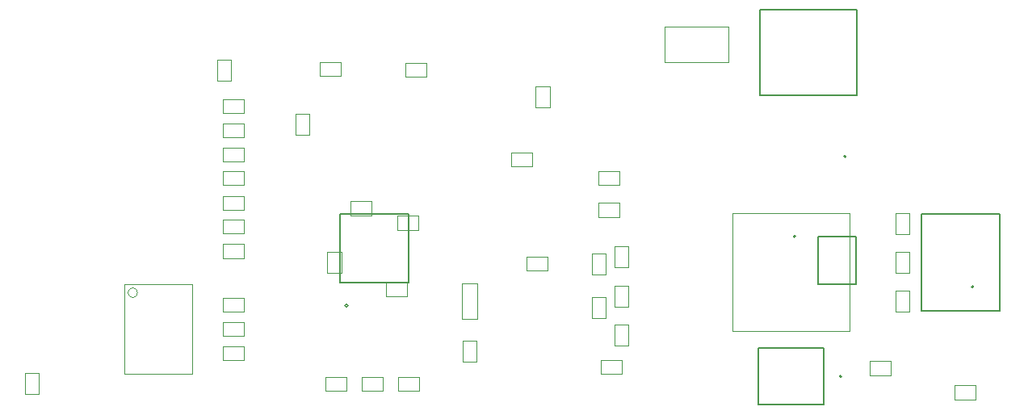
<source format=gbr>
G04*
G04 #@! TF.GenerationSoftware,Altium Limited,Altium Designer,22.4.2 (48)*
G04*
G04 Layer_Color=16711935*
%FSLAX24Y24*%
%MOIN*%
G70*
G04*
G04 #@! TF.SameCoordinates,3D4B7757-4479-4088-A00E-F10E6AE17A54*
G04*
G04*
G04 #@! TF.FilePolarity,Positive*
G04*
G01*
G75*
%ADD11C,0.0079*%
%ADD17C,0.0050*%
%ADD81C,0.0039*%
D11*
X24319Y6438D02*
G03*
X24319Y6438I-59J0D01*
G01*
X42790Y9293D02*
G03*
X42790Y9293I-39J0D01*
G01*
X44688Y3510D02*
G03*
X44688Y3510I-39J0D01*
G01*
X50140Y7210D02*
G03*
X50140Y7210I-39J0D01*
G01*
X44867Y12587D02*
G03*
X44867Y12587I-39J0D01*
G01*
D17*
X24004Y7383D02*
Y10218D01*
X26838D01*
Y7383D02*
Y10218D01*
X24004Y7383D02*
X26838D01*
X45288Y7326D02*
Y9295D01*
X43714Y7326D02*
Y9295D01*
Y7326D02*
X45288D01*
X43714Y9295D02*
X45288D01*
X41248Y2349D02*
X43954D01*
Y4672D01*
X41248Y2349D02*
Y4672D01*
X43954D01*
X47987Y6210D02*
Y10210D01*
X51215D01*
Y6210D02*
Y10210D01*
X47987Y6210D02*
X51215D01*
X41332Y18637D02*
X45332D01*
X41332Y15125D02*
Y18637D01*
Y15125D02*
X45332D01*
Y18637D01*
D81*
X15638Y6966D02*
G03*
X15638Y6966I-197J0D01*
G01*
X15086Y3620D02*
Y7321D01*
X17882Y3620D02*
Y7321D01*
X15086D02*
X17882D01*
X15086Y3620D02*
X17882D01*
X20030Y4189D02*
Y4760D01*
X19164Y4189D02*
Y4760D01*
X20030D01*
X19164Y4189D02*
X20030D01*
X20034Y5185D02*
Y5756D01*
X19168Y5185D02*
Y5756D01*
X20034D01*
X19168Y5185D02*
X20034D01*
X20030Y6179D02*
Y6750D01*
X19164Y6179D02*
Y6750D01*
X20030D01*
X19164Y6179D02*
X20030D01*
X20034Y8395D02*
Y8966D01*
X19168Y8395D02*
Y8966D01*
X20034D01*
X19168Y8395D02*
X20034D01*
Y11402D02*
Y11973D01*
X19168Y11402D02*
Y11973D01*
X20034D01*
X19168Y11402D02*
X20034D01*
Y9415D02*
Y9986D01*
X19168Y9415D02*
Y9986D01*
X20034D01*
X19168Y9415D02*
X20034D01*
X20034Y10393D02*
Y10964D01*
X19168Y10393D02*
Y10964D01*
X20034D01*
X19168Y10393D02*
X20034D01*
X24428Y10165D02*
Y10736D01*
X25294Y10165D02*
Y10736D01*
X24428Y10165D02*
X25294D01*
X24428Y10736D02*
X25294D01*
X27234Y9565D02*
Y10136D01*
X26368Y9565D02*
Y10136D01*
X27234D01*
X26368Y9565D02*
X27234D01*
X23388Y2915D02*
Y3486D01*
X24254Y2915D02*
Y3486D01*
X23388Y2915D02*
X24254D01*
X23388Y3486D02*
X24254D01*
X27254Y2915D02*
Y3486D01*
X26388Y2915D02*
Y3486D01*
X27254D01*
X26388Y2915D02*
X27254D01*
X25888Y6815D02*
Y7386D01*
X26754Y6815D02*
Y7386D01*
X25888Y6815D02*
X26754D01*
X25888Y7386D02*
X26754D01*
X23476Y7797D02*
X24046D01*
X23476Y8663D02*
X24046D01*
Y7797D02*
Y8663D01*
X23476Y7797D02*
Y8663D01*
X22156Y13497D02*
X22726D01*
X22156Y14363D02*
X22726D01*
Y13497D02*
Y14363D01*
X22156Y13497D02*
Y14363D01*
X20030Y14391D02*
Y14962D01*
X19164Y14391D02*
Y14962D01*
X20030D01*
X19164Y14391D02*
X20030D01*
X18916Y16583D02*
X19486D01*
X18916Y15717D02*
X19486D01*
X18916D02*
Y16583D01*
X19486Y15717D02*
Y16583D01*
X20034Y12393D02*
Y12964D01*
X19168Y12393D02*
Y12964D01*
X20034D01*
X19168Y12393D02*
X20034D01*
Y13394D02*
Y13965D01*
X19168Y13394D02*
Y13965D01*
X20034D01*
X19168Y13394D02*
X20034D01*
X25754Y2915D02*
Y3486D01*
X24888Y2915D02*
Y3486D01*
Y2915D02*
X25754D01*
X24888Y3486D02*
X25754D01*
X23388Y2915D02*
Y3486D01*
X24254Y2915D02*
Y3486D01*
X23388D02*
X24254D01*
X23388Y2915D02*
X24254D01*
X27254Y2915D02*
Y3486D01*
X26388Y2915D02*
Y3486D01*
Y2915D02*
X27254D01*
X26388Y3486D02*
X27254D01*
X24014Y15905D02*
Y16476D01*
X23148Y15905D02*
Y16476D01*
Y15905D02*
X24014D01*
X23148Y16476D02*
X24014D01*
X10986Y2797D02*
X11556D01*
X10986Y3663D02*
X11556D01*
X10986Y2797D02*
Y3663D01*
X11556Y2797D02*
Y3663D01*
X27564Y15875D02*
Y16446D01*
X26698Y15875D02*
Y16446D01*
Y15875D02*
X27564D01*
X26698Y16446D02*
X27564D01*
X35534Y11419D02*
Y11990D01*
X34668Y11419D02*
Y11990D01*
Y11419D02*
X35534D01*
X34668Y11990D02*
X35534D01*
X34668Y10095D02*
Y10666D01*
X35534Y10095D02*
Y10666D01*
X34668D02*
X35534D01*
X34668Y10095D02*
X35534D01*
X34393Y6771D02*
X34964D01*
X34393Y5905D02*
X34964D01*
Y6771D01*
X34393Y5905D02*
Y6771D01*
X35612Y3615D02*
Y4186D01*
X34746Y3615D02*
Y4186D01*
Y3615D02*
X35612D01*
X34746Y4186D02*
X35612D01*
X35326Y5654D02*
X35896D01*
X35326Y4788D02*
X35896D01*
Y5654D01*
X35326Y4788D02*
Y5654D01*
X35316Y7243D02*
X35886D01*
X35316Y6377D02*
X35886D01*
Y7243D01*
X35316Y6377D02*
Y7243D01*
X35326Y8883D02*
X35896D01*
X35326Y8017D02*
X35896D01*
Y8883D01*
X35326Y8017D02*
Y8883D01*
X37382Y16482D02*
X40020D01*
X37382Y17939D02*
X40020D01*
Y16482D02*
Y17939D01*
X37382Y16482D02*
Y17939D01*
X45022Y5389D02*
Y10232D01*
X40180Y5389D02*
Y10232D01*
X45022D01*
X40180Y5389D02*
X45022D01*
X29055Y4111D02*
Y4977D01*
X29626Y4111D02*
Y4977D01*
X29055Y4111D02*
X29626D01*
X29055Y4977D02*
X29626D01*
X46916Y6177D02*
Y7043D01*
X47486Y6177D02*
Y7043D01*
X46916Y6177D02*
X47486D01*
X46916Y7043D02*
X47486D01*
X46916Y7777D02*
Y8643D01*
X47486Y7777D02*
Y8643D01*
X46916Y7777D02*
X47486D01*
X46916Y8643D02*
X47486D01*
X46916Y9377D02*
Y10243D01*
X47486Y9377D02*
Y10243D01*
X46916Y9377D02*
X47486D01*
X46916Y10243D02*
X47486D01*
X45859Y3563D02*
X46725D01*
X45859Y4134D02*
X46725D01*
Y3563D02*
Y4134D01*
X45859Y3563D02*
Y4134D01*
X49348Y2565D02*
X50214D01*
X49348Y3136D02*
X50214D01*
Y2565D02*
Y3136D01*
X49348Y2565D02*
Y3136D01*
X31045Y12176D02*
X31911D01*
X31045Y12746D02*
X31911D01*
X31045Y12176D02*
Y12746D01*
X31911Y12176D02*
Y12746D01*
X34393Y7731D02*
Y8597D01*
X34964Y7731D02*
Y8597D01*
X34393Y7731D02*
X34964D01*
X34393Y8597D02*
X34964D01*
X31692Y7878D02*
X32558D01*
X31692Y8449D02*
X32558D01*
Y7878D02*
Y8449D01*
X31692Y7878D02*
Y8449D01*
X32072Y14628D02*
Y15494D01*
X32643Y14628D02*
Y15494D01*
X32072D02*
X32643D01*
X32072Y14628D02*
X32643D01*
X29025Y5894D02*
X29655D01*
X29025Y7351D02*
X29655D01*
X29025Y5894D02*
Y7351D01*
X29655Y5894D02*
Y7351D01*
M02*

</source>
